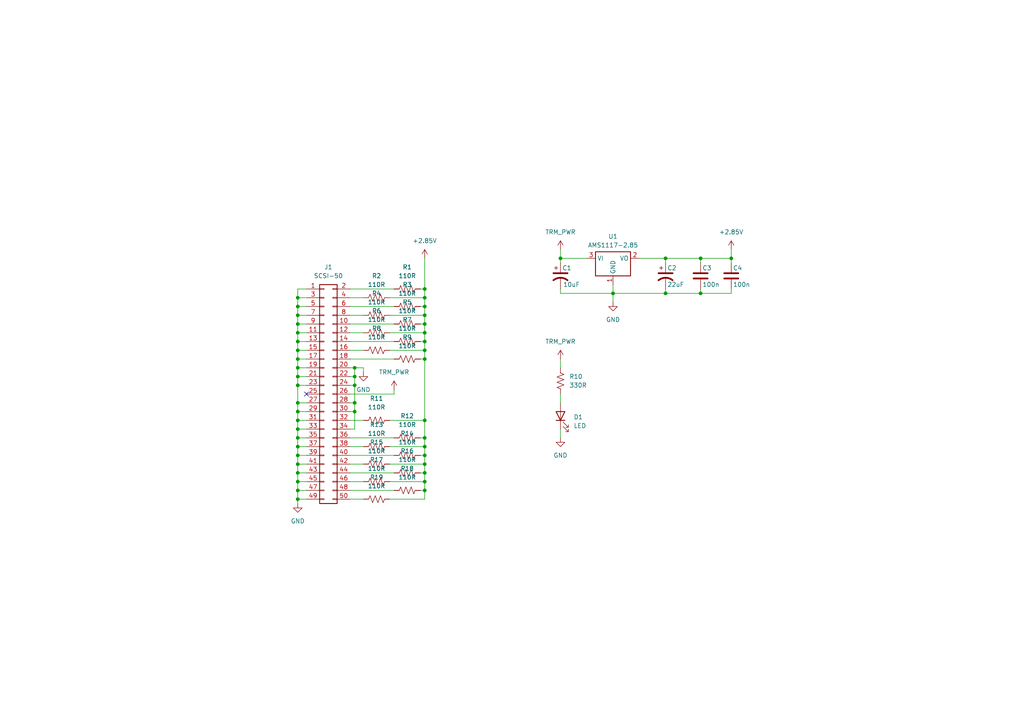
<source format=kicad_sch>
(kicad_sch (version 20250114) (generator "eeschema") (generator_version "9.0")
  (paper "A4")
  (lib_symbols
    (symbol "Connector_Generic:Conn_02x25_Odd_Even" (pin_names (offset 1.016) (hide yes))
      (property "Reference" "J1" (at 1.27 36.83 0))
      (property "Value" "SCSI-50" (at 1.27 34.29 0))
      (symbol "Conn_02x25_Odd_Even_1_1"
        (rectangle (start -1.27 31.75) (end 3.81 -31.75) (stroke (width 0.254)))
        (rectangle (start -1.27 30.607) (end 0 30.353) (stroke (width 0.1524)))
        (rectangle (start -1.27 28.067) (end 0 27.813) (stroke (width 0.1524)))
        (rectangle (start -1.27 25.527) (end 0 25.273) (stroke (width 0.1524)))
        (rectangle (start -1.27 22.987) (end 0 22.733) (stroke (width 0.1524)))
        (rectangle (start -1.27 20.447) (end 0 20.193) (stroke (width 0.1524)))
        (rectangle (start -1.27 17.907) (end 0 17.653) (stroke (width 0.1524)))
        (rectangle (start -1.27 15.367) (end 0 15.113) (stroke (width 0.1524)))
        (rectangle (start -1.27 12.827) (end 0 12.573) (stroke (width 0.1524)))
        (rectangle (start -1.27 10.287) (end 0 10.033) (stroke (width 0.1524)))
        (rectangle (start -1.27 7.747) (end 0 7.493) (stroke (width 0.1524)))
        (rectangle (start -1.27 5.207) (end 0 4.953) (stroke (width 0.1524)))
        (rectangle (start -1.27 2.667) (end 0 2.413) (stroke (width 0.1524)))
        (rectangle (start -1.27 0.127) (end 0 -0.127) (stroke (width 0.1524)))
        (rectangle (start -1.27 -2.413) (end 0 -2.667) (stroke (width 0.1524)))
        (rectangle (start -1.27 -4.953) (end 0 -5.207) (stroke (width 0.1524)))
        (rectangle (start -1.27 -7.493) (end 0 -7.747) (stroke (width 0.1524)))
        (rectangle (start -1.27 -10.033) (end 0 -10.287) (stroke (width 0.1524)))
        (rectangle (start -1.27 -12.573) (end 0 -12.827) (stroke (width 0.1524)))
        (rectangle (start -1.27 -15.113) (end 0 -15.367) (stroke (width 0.1524)))
        (rectangle (start -1.27 -17.653) (end 0 -17.907) (stroke (width 0.1524)))
        (rectangle (start -1.27 -20.193) (end 0 -20.447) (stroke (width 0.1524)))
        (rectangle (start -1.27 -22.733) (end 0 -22.987) (stroke (width 0.1524)))
        (rectangle (start -1.27 -25.273) (end 0 -25.527) (stroke (width 0.1524)))
        (rectangle (start -1.27 -27.813) (end 0 -28.067) (stroke (width 0.1524)))
        (rectangle (start -1.27 -30.353) (end 0 -30.607) (stroke (width 0.1524)))
        (rectangle (start 3.81 30.607) (end 2.54 30.353) (stroke (width 0.1524)))
        (rectangle (start 3.81 28.067) (end 2.54 27.813) (stroke (width 0.1524)))
        (rectangle (start 3.81 25.527) (end 2.54 25.273) (stroke (width 0.1524)))
        (rectangle (start 3.81 22.987) (end 2.54 22.733) (stroke (width 0.1524)))
        (rectangle (start 3.81 20.447) (end 2.54 20.193) (stroke (width 0.1524)))
        (rectangle (start 3.81 17.907) (end 2.54 17.653) (stroke (width 0.1524)))
        (rectangle (start 3.81 15.367) (end 2.54 15.113) (stroke (width 0.1524)))
        (rectangle (start 3.81 12.827) (end 2.54 12.573) (stroke (width 0.1524)))
        (rectangle (start 3.81 10.287) (end 2.54 10.033) (stroke (width 0.1524)))
        (rectangle (start 3.81 7.747) (end 2.54 7.493) (stroke (width 0.1524)))
        (rectangle (start 3.81 5.207) (end 2.54 4.953) (stroke (width 0.1524)))
        (rectangle (start 3.81 2.667) (end 2.54 2.413) (stroke (width 0.1524)))
        (rectangle (start 3.81 0.127) (end 2.54 -0.127) (stroke (width 0.1524)))
        (rectangle (start 3.81 -2.413) (end 2.54 -2.667) (stroke (width 0.1524)))
        (rectangle (start 3.81 -4.953) (end 2.54 -5.207) (stroke (width 0.1524)))
        (rectangle (start 3.81 -7.493) (end 2.54 -7.747) (stroke (width 0.1524)))
        (rectangle (start 3.81 -10.033) (end 2.54 -10.287) (stroke (width 0.1524)))
        (rectangle (start 3.81 -12.573) (end 2.54 -12.827) (stroke (width 0.1524)))
        (rectangle (start 3.81 -15.113) (end 2.54 -15.367) (stroke (width 0.1524)))
        (rectangle (start 3.81 -17.653) (end 2.54 -17.907) (stroke (width 0.1524)))
        (rectangle (start 3.81 -20.193) (end 2.54 -20.447) (stroke (width 0.1524)))
        (rectangle (start 3.81 -22.733) (end 2.54 -22.987) (stroke (width 0.1524)))
        (rectangle (start 3.81 -25.273) (end 2.54 -25.527) (stroke (width 0.1524)))
        (rectangle (start 3.81 -27.813) (end 2.54 -28.067) (stroke (width 0.1524)))
        (rectangle (start 3.81 -30.353) (end 2.54 -30.607) (stroke (width 0.1524)))
        (pin passive line (at -5.08 30.48 0) (length 3.81) (name "Pin_1") (number "1"))
        (pin passive line (at -5.08 27.94 0) (length 3.81) (name "Pin_3") (number "3"))
        (pin passive line (at -5.08 25.4 0) (length 3.81) (name "Pin_5") (number "5"))
        (pin passive line (at -5.08 22.86 0) (length 3.81) (name "Pin_7") (number "7"))
        (pin passive line (at -5.08 20.32 0) (length 3.81) (name "Pin_9") (number "9"))
        (pin passive line (at -5.08 17.78 0) (length 3.81) (name "Pin_11") (number "11"))
        (pin passive line (at -5.08 15.24 0) (length 3.81) (name "Pin_13") (number "13"))
        (pin passive line (at -5.08 12.7 0) (length 3.81) (name "Pin_15") (number "15"))
        (pin passive line (at -5.08 10.16 0) (length 3.81) (name "Pin_17") (number "17"))
        (pin passive line (at -5.08 7.62 0) (length 3.81) (name "Pin_19") (number "19"))
        (pin passive line (at -5.08 5.08 0) (length 3.81) (name "Pin_21") (number "21"))
        (pin passive line (at -5.08 2.54 0) (length 3.81) (name "Pin_23") (number "23"))
        (pin passive line (at -5.08 0 0) (length 3.81) (name "Pin_25") (number "25"))
        (pin passive line (at -5.08 -2.54 0) (length 3.81) (name "Pin_27") (number "27"))
        (pin passive line (at -5.08 -5.08 0) (length 3.81) (name "Pin_29") (number "29"))
        (pin passive line (at -5.08 -7.62 0) (length 3.81) (name "Pin_31") (number "31"))
        (pin passive line (at -5.08 -10.16 0) (length 3.81) (name "Pin_33") (number "33"))
        (pin passive line (at -5.08 -12.7 0) (length 3.81) (name "Pin_35") (number "35"))
        (pin passive line (at -5.08 -15.24 0) (length 3.81) (name "Pin_37") (number "37"))
        (pin passive line (at -5.08 -17.78 0) (length 3.81) (name "Pin_39") (number "39"))
        (pin passive line (at -5.08 -20.32 0) (length 3.81) (name "Pin_41") (number "41"))
        (pin passive line (at -5.08 -22.86 0) (length 3.81) (name "Pin_43") (number "43"))
        (pin passive line (at -5.08 -25.4 0) (length 3.81) (name "Pin_45") (number "45"))
        (pin passive line (at -5.08 -27.94 0) (length 3.81) (name "Pin_47") (number "47"))
        (pin passive line (at -5.08 -30.48 0) (length 3.81) (name "Pin_49") (number "49"))
        (pin passive line (at 7.62 30.48 180) (length 3.81) (name "Pin_2") (number "2"))
        (pin passive line (at 7.62 27.94 180) (length 3.81) (name "Pin_4") (number "4"))
        (pin passive line (at 7.62 25.4 180) (length 3.81) (name "Pin_6") (number "6"))
        (pin passive line (at 7.62 22.86 180) (length 3.81) (name "Pin_8") (number "8"))
        (pin passive line (at 7.62 20.32 180) (length 3.81) (name "Pin_10") (number "10"))
        (pin passive line (at 7.62 17.78 180) (length 3.81) (name "Pin_12") (number "12"))
        (pin passive line (at 7.62 15.24 180) (length 3.81) (name "Pin_14") (number "14"))
        (pin passive line (at 7.62 12.7 180) (length 3.81) (name "Pin_16") (number "16"))
        (pin passive line (at 7.62 10.16 180) (length 3.81) (name "Pin_18") (number "18"))
        (pin passive line (at 7.62 7.62 180) (length 3.81) (name "Pin_20") (number "20"))
        (pin passive line (at 7.62 5.08 180) (length 3.81) (name "Pin_22") (number "22"))
        (pin passive line (at 7.62 2.54 180) (length 3.81) (name "Pin_24") (number "24"))
        (pin passive line (at 7.62 0 180) (length 3.81) (name "Pin_26") (number "26"))
        (pin passive line (at 7.62 -2.54 180) (length 3.81) (name "Pin_28") (number "28"))
        (pin passive line (at 7.62 -5.08 180) (length 3.81) (name "Pin_30") (number "30"))
        (pin passive line (at 7.62 -7.62 180) (length 3.81) (name "Pin_32") (number "32"))
        (pin passive line (at 7.62 -10.16 180) (length 3.81) (name "Pin_34") (number "34"))
        (pin passive line (at 7.62 -12.7 180) (length 3.81) (name "Pin_36") (number "36"))
        (pin passive line (at 7.62 -15.24 180) (length 3.81) (name "Pin_38") (number "38"))
        (pin passive line (at 7.62 -17.78 180) (length 3.81) (name "Pin_40") (number "40"))
        (pin passive line (at 7.62 -20.32 180) (length 3.81) (name "Pin_42") (number "42"))
        (pin passive line (at 7.62 -22.86 180) (length 3.81) (name "Pin_44") (number "44"))
        (pin passive line (at 7.62 -25.4 180) (length 3.81) (name "Pin_46") (number "46"))
        (pin passive line (at 7.62 -27.94 180) (length 3.81) (name "Pin_48") (number "48"))
        (pin passive line (at 7.62 -30.48 180) (length 3.81) (name "Pin_50") (number "50"))
      )
    )
    (symbol "Device:C" (pin_numbers (hide yes)) (pin_names (offset 0.254))
      (property "Reference" "C" (at 0.635 2.54 0))
      (property "Value" "C" (at 0.635 -2.54 0))
      (symbol "C_0_1"
        (polyline (pts (xy -2.032 0.762) (xy 2.032 0.762)) (stroke (width 0.508)))
        (polyline (pts (xy -2.032 -0.762) (xy 2.032 -0.762)) (stroke (width 0.508)))
      )
      (symbol "C_1_1"
        (pin passive line (at 0 3.81 270) (length 2.794) (name "~") (number "1"))
        (pin passive line (at 0 -3.81 90) (length 2.794) (name "~") (number "2"))
      )
    )
    (symbol "Device:C_Polarized_US" (pin_numbers (hide yes)) (pin_names (offset 0.254) (hide yes))
      (property "Reference" "C" (at 0.635 2.54 0))
      (property "Value" "C_Polarized_US" (at 0.635 -2.54 0))
      (symbol "C_Polarized_US_0_1"
        (polyline (pts (xy -2.032 0.762) (xy 2.032 0.762)) (stroke (width 0.508)))
        (polyline (pts (xy -1.778 2.286) (xy -0.762 2.286)))
        (polyline (pts (xy -1.27 1.778) (xy -1.27 2.794)))
        (arc (start -2.032 -1.27) (mid 0 -0.5572) (end 2.032 -1.27) (stroke (width 0.508)))
      )
      (symbol "C_Polarized_US_1_1"
        (pin passive line (at 0 3.81 270) (length 2.794) (name "~") (number "1"))
        (pin passive line (at 0 -3.81 90) (length 3.302) (name "~") (number "2"))
      )
    )
    (symbol "Device:LED" (pin_numbers (hide yes)) (pin_names (offset 1.016) (hide yes))
      (property "Reference" "D" (at 0 2.54 0))
      (property "Value" "LED" (at 0 -2.54 0))
      (symbol "LED_0_1"
        (polyline (pts (xy -3.048 -0.762) (xy -4.572 -2.286) (xy -3.81 -2.286) (xy -4.572 -2.286) (xy -4.572 -1.524)))
        (polyline (pts (xy -1.778 -0.762) (xy -3.302 -2.286) (xy -2.54 -2.286) (xy -3.302 -2.286) (xy -3.302 -1.524)))
        (polyline (pts (xy -1.27 0) (xy 1.27 0)))
        (polyline (pts (xy -1.27 -1.27) (xy -1.27 1.27)) (stroke (width 0.254)))
        (polyline (pts (xy 1.27 -1.27) (xy 1.27 1.27) (xy -1.27 0) (xy 1.27 -1.27)) (stroke (width 0.254)))
      )
      (symbol "LED_1_1"
        (pin passive line (at -3.81 0 0) (length 2.54) (name "K") (number "1"))
        (pin passive line (at 3.81 0 180) (length 2.54) (name "A") (number "2"))
      )
    )
    (symbol "Device:R_US" (pin_numbers (hide yes)) (pin_names (offset 0))
      (property "Reference" "R" (at 2.54 0 90))
      (property "Value" "R_US" (at -2.54 0 90))
      (symbol "R_US_0_1"
        (polyline (pts (xy 0 2.286) (xy 0 2.54)))
        (polyline (pts (xy 0 2.286) (xy 1.016 1.905) (xy 0 1.524) (xy -1.016 1.143) (xy 0 0.762)))
        (polyline (pts (xy 0 0.762) (xy 1.016 0.381) (xy 0 0) (xy -1.016 -0.381) (xy 0 -0.762)))
        (polyline (pts (xy 0 -0.762) (xy 1.016 -1.143) (xy 0 -1.524) (xy -1.016 -1.905) (xy 0 -2.286)))
        (polyline (pts (xy 0 -2.286) (xy 0 -2.54)))
      )
      (symbol "R_US_1_1"
        (pin passive line (at 0 3.81 270) (length 1.27) (name "~") (number "1"))
        (pin passive line (at 0 -3.81 90) (length 1.27) (name "~") (number "2"))
      )
    )
    (symbol "Regulator_Linear:AMS1117-2.85"
      (property "Reference" "U1" (at 0 6.35 0))
      (property "Value" "AMS1117-2.85" (at 0 3.81 0))
      (symbol "AMS1117-2.85_1_1"
        (rectangle (start -5.08 1.905) (end 5.08 -5.08) (stroke (width 0.254)))
        (pin power_in line (at -7.62 0 0) (length 2.54) (name "VI") (number "3"))
        (pin power_in line (at 0 -7.62 90) (length 2.54) (name "GND") (number "1"))
        (pin power_out line (at 7.62 0 180) (length 2.54) (name "VO") (number "2"))
      )
    )
    (symbol "power:+2V8" (power) (pin_names (offset 0))
      (property "Value" "+2V8" (at 0 3.556 0))
      (symbol "+2V8_0_1"
        (polyline (pts (xy -0.762 1.27) (xy 0 2.54)))
        (polyline (pts (xy 0 2.54) (xy 0.762 1.27)))
        (polyline (pts (xy 0 0) (xy 0 2.54)))
      )
      (symbol "+2V8_1_1"
        (pin power_in line (at 0 0 90) (length 0) (hide yes) (name "+2V8") (number "1"))
      )
    )
    (symbol "power:+5V" (power) (pin_names (offset 0))
      (property "Value" "+5V" (at 0 3.556 0))
      (symbol "+5V_0_1"
        (polyline (pts (xy -0.762 1.27) (xy 0 2.54)))
        (polyline (pts (xy 0 2.54) (xy 0.762 1.27)))
        (polyline (pts (xy 0 0) (xy 0 2.54)))
      )
      (symbol "+5V_1_1"
        (pin power_in line (at 0 0 90) (length 0) (hide yes) (name "+5V") (number "1"))
      )
    )
    (symbol "power:GND" (power) (pin_names (offset 0))
      (property "Value" "GND" (at 0 -3.81 0))
      (symbol "GND_0_1"
        (polyline (pts (xy 0 0) (xy 0 -1.27) (xy 1.27 -1.27) (xy 0 -2.54) (xy -1.27 -1.27) (xy 0 -1.27)))
      )
      (symbol "GND_1_1"
        (pin power_in line (at 0 0 270) (length 0) (hide yes) (name "GND") (number "1"))
      )
    )
  )
  (junction (at 193.04 85.09))
  (junction (at 86.36 99.06))
  (junction (at 86.36 144.78))
  (junction (at 123.19 83.82))
  (junction (at 102.87 116.84))
  (junction (at 86.36 142.24))
  (junction (at 123.19 132.08))
  (junction (at 86.36 106.68))
  (junction (at 102.87 119.38))
  (junction (at 86.36 119.38))
  (junction (at 86.36 124.46))
  (junction (at 86.36 88.9))
  (junction (at 86.36 129.54))
  (junction (at 86.36 139.7))
  (junction (at 86.36 93.98))
  (junction (at 123.19 104.14))
  (junction (at 203.2 74.93))
  (junction (at 86.36 121.92))
  (junction (at 123.19 142.24))
  (junction (at 177.8 85.09))
  (junction (at 123.19 137.16))
  (junction (at 86.36 86.36))
  (junction (at 86.36 104.14))
  (junction (at 86.36 137.16))
  (junction (at 102.87 106.68))
  (junction (at 86.36 116.84))
  (junction (at 123.19 134.62))
  (junction (at 123.19 129.54))
  (junction (at 123.19 93.98))
  (junction (at 86.36 101.6))
  (junction (at 86.36 127))
  (junction (at 123.19 88.9))
  (junction (at 86.36 111.76))
  (junction (at 123.19 91.44))
  (junction (at 123.19 99.06))
  (junction (at 102.87 109.22))
  (junction (at 102.87 111.76))
  (junction (at 193.04 74.93))
  (junction (at 86.36 96.52))
  (junction (at 123.19 86.36))
  (junction (at 86.36 109.22))
  (junction (at 86.36 132.08))
  (junction (at 86.36 134.62))
  (junction (at 162.56 74.93))
  (junction (at 123.19 139.7))
  (junction (at 86.36 91.44))
  (junction (at 123.19 127))
  (junction (at 123.19 121.92))
  (junction (at 203.2 85.09))
  (junction (at 123.19 101.6))
  (junction (at 212.09 74.93))
  (junction (at 123.19 96.52))
  (no_connect (at 88.9 114.3))
  (wire (pts (xy 86.36 88.9) (xy 88.9 88.9)))
  (wire (pts (xy 86.36 96.52) (xy 86.36 99.06)))
  (wire (pts (xy 177.8 85.09) (xy 177.8 87.63)))
  (wire (pts (xy 121.92 132.08) (xy 123.19 132.08)))
  (wire (pts (xy 162.56 76.2) (xy 162.56 74.93)))
  (wire (pts (xy 113.03 86.36) (xy 123.19 86.36)))
  (wire (pts (xy 86.36 119.38) (xy 88.9 119.38)))
  (wire (pts (xy 193.04 74.93) (xy 193.04 76.2)))
  (wire (pts (xy 123.19 144.78) (xy 123.19 142.24)))
  (wire (pts (xy 121.92 137.16) (xy 123.19 137.16)))
  (wire (pts (xy 86.36 83.82) (xy 86.36 86.36)))
  (wire (pts (xy 101.6 121.92) (xy 105.41 121.92)))
  (wire (pts (xy 101.6 134.62) (xy 105.41 134.62)))
  (wire (pts (xy 162.56 124.46) (xy 162.56 127)))
  (wire (pts (xy 86.36 99.06) (xy 86.36 101.6)))
  (wire (pts (xy 123.19 139.7) (xy 123.19 137.16)))
  (wire (pts (xy 86.36 101.6) (xy 86.36 104.14)))
  (wire (pts (xy 113.03 121.92) (xy 123.19 121.92)))
  (wire (pts (xy 123.19 83.82) (xy 121.92 83.82)))
  (wire (pts (xy 123.19 129.54) (xy 123.19 127)))
  (wire (pts (xy 86.36 91.44) (xy 88.9 91.44)))
  (wire (pts (xy 101.6 106.68) (xy 102.87 106.68)))
  (wire (pts (xy 86.36 129.54) (xy 86.36 132.08)))
  (wire (pts (xy 162.56 74.93) (xy 170.18 74.93)))
  (wire (pts (xy 162.56 72.39) (xy 162.56 74.93)))
  (wire (pts (xy 101.6 88.9) (xy 114.3 88.9)))
  (wire (pts (xy 123.19 96.52) (xy 123.19 93.98)))
  (wire (pts (xy 123.19 99.06) (xy 123.19 96.52)))
  (wire (pts (xy 102.87 116.84) (xy 102.87 119.38)))
  (wire (pts (xy 86.36 101.6) (xy 88.9 101.6)))
  (wire (pts (xy 212.09 74.93) (xy 212.09 76.2)))
  (wire (pts (xy 102.87 109.22) (xy 102.87 111.76)))
  (wire (pts (xy 101.6 132.08) (xy 114.3 132.08)))
  (wire (pts (xy 102.87 106.68) (xy 102.87 109.22)))
  (wire (pts (xy 86.36 134.62) (xy 86.36 137.16)))
  (wire (pts (xy 123.19 74.93) (xy 123.19 83.82)))
  (wire (pts (xy 123.19 86.36) (xy 123.19 83.82)))
  (wire (pts (xy 101.6 119.38) (xy 102.87 119.38)))
  (wire (pts (xy 86.36 93.98) (xy 88.9 93.98)))
  (wire (pts (xy 102.87 111.76) (xy 101.6 111.76)))
  (wire (pts (xy 86.36 144.78) (xy 86.36 146.05)))
  (wire (pts (xy 123.19 93.98) (xy 123.19 91.44)))
  (wire (pts (xy 86.36 106.68) (xy 86.36 109.22)))
  (wire (pts (xy 101.6 124.46) (xy 102.87 124.46)))
  (wire (pts (xy 177.8 85.09) (xy 162.56 85.09)))
  (wire (pts (xy 101.6 91.44) (xy 105.41 91.44)))
  (wire (pts (xy 86.36 116.84) (xy 88.9 116.84)))
  (wire (pts (xy 86.36 104.14) (xy 86.36 106.68)))
  (wire (pts (xy 86.36 121.92) (xy 86.36 124.46)))
  (wire (pts (xy 121.92 88.9) (xy 123.19 88.9)))
  (wire (pts (xy 86.36 99.06) (xy 88.9 99.06)))
  (wire (pts (xy 86.36 129.54) (xy 88.9 129.54)))
  (wire (pts (xy 212.09 72.39) (xy 212.09 74.93)))
  (wire (pts (xy 86.36 106.68) (xy 88.9 106.68)))
  (wire (pts (xy 101.6 86.36) (xy 105.41 86.36)))
  (wire (pts (xy 113.03 96.52) (xy 123.19 96.52)))
  (wire (pts (xy 123.19 104.14) (xy 123.19 101.6)))
  (wire (pts (xy 123.19 101.6) (xy 123.19 99.06)))
  (wire (pts (xy 193.04 85.09) (xy 193.04 83.82)))
  (wire (pts (xy 86.36 127) (xy 88.9 127)))
  (wire (pts (xy 86.36 104.14) (xy 88.9 104.14)))
  (wire (pts (xy 102.87 106.68) (xy 105.41 106.68)))
  (wire (pts (xy 102.87 111.76) (xy 102.87 116.84)))
  (wire (pts (xy 121.92 99.06) (xy 123.19 99.06)))
  (wire (pts (xy 86.36 142.24) (xy 86.36 144.78)))
  (wire (pts (xy 86.36 139.7) (xy 88.9 139.7)))
  (wire (pts (xy 185.42 74.93) (xy 193.04 74.93)))
  (wire (pts (xy 203.2 85.09) (xy 203.2 83.82)))
  (wire (pts (xy 86.36 124.46) (xy 88.9 124.46)))
  (wire (pts (xy 101.6 144.78) (xy 105.41 144.78)))
  (wire (pts (xy 123.19 91.44) (xy 123.19 88.9)))
  (wire (pts (xy 101.6 104.14) (xy 114.3 104.14)))
  (wire (pts (xy 88.9 144.78) (xy 86.36 144.78)))
  (wire (pts (xy 86.36 111.76) (xy 88.9 111.76)))
  (wire (pts (xy 113.03 91.44) (xy 123.19 91.44)))
  (wire (pts (xy 162.56 85.09) (xy 162.56 83.82)))
  (wire (pts (xy 101.6 127) (xy 114.3 127)))
  (wire (pts (xy 101.6 96.52) (xy 105.41 96.52)))
  (wire (pts (xy 123.19 104.14) (xy 121.92 104.14)))
  (wire (pts (xy 86.36 142.24) (xy 88.9 142.24)))
  (wire (pts (xy 113.03 144.78) (xy 123.19 144.78)))
  (wire (pts (xy 123.19 121.92) (xy 123.19 104.14)))
  (wire (pts (xy 212.09 85.09) (xy 212.09 83.82)))
  (wire (pts (xy 203.2 85.09) (xy 212.09 85.09)))
  (wire (pts (xy 121.92 93.98) (xy 123.19 93.98)))
  (wire (pts (xy 88.9 83.82) (xy 86.36 83.82)))
  (wire (pts (xy 113.03 101.6) (xy 123.19 101.6)))
  (wire (pts (xy 123.19 132.08) (xy 123.19 129.54)))
  (wire (pts (xy 101.6 83.82) (xy 114.3 83.82)))
  (wire (pts (xy 86.36 86.36) (xy 88.9 86.36)))
  (wire (pts (xy 86.36 119.38) (xy 86.36 121.92)))
  (wire (pts (xy 86.36 124.46) (xy 86.36 127)))
  (wire (pts (xy 123.19 127) (xy 121.92 127)))
  (wire (pts (xy 114.3 114.3) (xy 114.3 113.03)))
  (wire (pts (xy 86.36 91.44) (xy 86.36 93.98)))
  (wire (pts (xy 162.56 114.3) (xy 162.56 116.84)))
  (wire (pts (xy 101.6 99.06) (xy 114.3 99.06)))
  (wire (pts (xy 177.8 85.09) (xy 193.04 85.09)))
  (wire (pts (xy 86.36 127) (xy 86.36 129.54)))
  (wire (pts (xy 123.19 134.62) (xy 123.19 132.08)))
  (wire (pts (xy 101.6 116.84) (xy 102.87 116.84)))
  (wire (pts (xy 86.36 111.76) (xy 86.36 116.84)))
  (wire (pts (xy 86.36 139.7) (xy 86.36 142.24)))
  (wire (pts (xy 193.04 74.93) (xy 203.2 74.93)))
  (wire (pts (xy 123.19 88.9) (xy 123.19 86.36)))
  (wire (pts (xy 86.36 109.22) (xy 88.9 109.22)))
  (wire (pts (xy 193.04 85.09) (xy 203.2 85.09)))
  (wire (pts (xy 113.03 129.54) (xy 123.19 129.54)))
  (wire (pts (xy 86.36 132.08) (xy 88.9 132.08)))
  (wire (pts (xy 113.03 134.62) (xy 123.19 134.62)))
  (wire (pts (xy 86.36 137.16) (xy 88.9 137.16)))
  (wire (pts (xy 101.6 114.3) (xy 114.3 114.3)))
  (wire (pts (xy 86.36 121.92) (xy 88.9 121.92)))
  (wire (pts (xy 86.36 109.22) (xy 86.36 111.76)))
  (wire (pts (xy 123.19 121.92) (xy 123.19 127)))
  (wire (pts (xy 101.6 137.16) (xy 114.3 137.16)))
  (wire (pts (xy 86.36 93.98) (xy 86.36 96.52)))
  (wire (pts (xy 162.56 104.14) (xy 162.56 106.68)))
  (wire (pts (xy 86.36 86.36) (xy 86.36 88.9)))
  (wire (pts (xy 113.03 139.7) (xy 123.19 139.7)))
  (wire (pts (xy 86.36 88.9) (xy 86.36 91.44)))
  (wire (pts (xy 86.36 137.16) (xy 86.36 139.7)))
  (wire (pts (xy 101.6 93.98) (xy 114.3 93.98)))
  (wire (pts (xy 101.6 142.24) (xy 114.3 142.24)))
  (wire (pts (xy 123.19 142.24) (xy 121.92 142.24)))
  (wire (pts (xy 102.87 119.38) (xy 102.87 124.46)))
  (wire (pts (xy 105.41 106.68) (xy 105.41 107.95)))
  (wire (pts (xy 86.36 134.62) (xy 88.9 134.62)))
  (wire (pts (xy 177.8 82.55) (xy 177.8 85.09)))
  (wire (pts (xy 86.36 132.08) (xy 86.36 134.62)))
  (wire (pts (xy 101.6 101.6) (xy 105.41 101.6)))
  (wire (pts (xy 101.6 139.7) (xy 105.41 139.7)))
  (wire (pts (xy 203.2 74.93) (xy 203.2 76.2)))
  (wire (pts (xy 86.36 96.52) (xy 88.9 96.52)))
  (wire (pts (xy 203.2 74.93) (xy 212.09 74.93)))
  (wire (pts (xy 86.36 116.84) (xy 86.36 119.38)))
  (wire (pts (xy 123.19 137.16) (xy 123.19 134.62)))
  (wire (pts (xy 123.19 142.24) (xy 123.19 139.7)))
  (wire (pts (xy 101.6 109.22) (xy 102.87 109.22)))
  (wire (pts (xy 101.6 129.54) (xy 105.41 129.54)))
  (symbol (lib_id "power:+2V8") (at 123.19 74.93 0) (unit 1)
    (property "Reference" "#PWR03" (effects (hide yes)))
    (property "Value" "+2.85V" (at 123.19 69.85 0))
    (property "Description" "Power symbol creates a global label with name \"+2V8\"" (effects (hide yes)))
  )
  (symbol (lib_id "Device:R_US") (at 109.22 129.54 90) (unit 1)
    (property "Reference" "R13" (at 109.22 123.19 90))
    (property "Value" "110R" (at 109.22 125.73 90))
    (property "Footprint" "Resistor_SMD:R_0603_1608Metric" (effects (hide yes)))
    (property "Description" "Resistor, US symbol" (effects (hide yes)))
  )
  (symbol (lib_id "Device:C") (at 203.2 80.01 0) (unit 1)
    (property "Reference" "C3" (at 203.708 77.73 0) (effects (justify left)))
    (property "Value" "100n" (at 203.708 82.53 0) (effects (justify left)))
    (property "Footprint" "Capacitor_SMD:C_0603_1608Metric" (effects (hide yes)))
    (property "Description" "Unpolarized capacitor" (effects (hide yes)))
  )
  (symbol (lib_id "power:+5V") (at 114.3 113.03 0) (unit 1)
    (property "Reference" "#PWR07" (effects (hide yes)))
    (property "Value" "TRM_PWR" (at 114.3 107.95 0))
    (property "Description" "Power symbol creates a global label with name \"+5V\"" (effects (hide yes)))
  )
  (symbol (lib_id "Device:R_US") (at 118.11 83.82 90) (unit 1)
    (property "Reference" "R1" (at 118.11 77.47 90))
    (property "Value" "110R" (at 118.11 80.01 90))
    (property "Footprint" "Resistor_SMD:R_0603_1608Metric" (effects (hide yes)))
    (property "Description" "Resistor, US symbol" (effects (hide yes)))
  )
  (symbol (lib_id "Device:R_US") (at 109.22 91.44 90) (unit 1)
    (property "Reference" "R4" (at 109.22 85.09 90))
    (property "Value" "110R" (at 109.22 87.63 90))
    (property "Footprint" "Resistor_SMD:R_0603_1608Metric" (effects (hide yes)))
    (property "Description" "Resistor, US symbol" (effects (hide yes)))
  )
  (symbol (lib_id "Device:C_Polarized_US") (at 193.04 80.01 0) (unit 1)
    (property "Reference" "C2" (at 193.548 77.73 0) (effects (justify left)))
    (property "Value" "22uF" (at 193.548 82.53 0) (effects (justify left)))
    (property "Footprint" "Capacitor_Tantalum_SMD:CP_EIA-3216-18_Kemet-A" (effects (hide yes)))
    (property "Description" "Polarized capacitor, US symbol" (effects (hide yes)))
  )
  (symbol (lib_id "Device:R_US") (at 109.22 144.78 90) (unit 1)
    (property "Reference" "R19" (at 109.22 138.43 90))
    (property "Value" "110R" (at 109.22 140.97 90))
    (property "Footprint" "Resistor_SMD:R_0603_1608Metric" (effects (hide yes)))
    (property "Description" "Resistor, US symbol" (effects (hide yes)))
  )
  (symbol (lib_id "power:+2V8") (at 212.09 72.39 0) (unit 1)
    (property "Reference" "#PWR02" (effects (hide yes)))
    (property "Value" "+2.85V" (at 212.09 67.31 0))
    (property "Description" "Power symbol creates a global label with name \"+2V8\"" (effects (hide yes)))
  )
  (symbol (lib_id "Device:R_US") (at 109.22 101.6 90) (unit 1)
    (property "Reference" "R8" (at 109.22 95.25 90))
    (property "Value" "110R" (at 109.22 97.79 90))
    (property "Footprint" "Resistor_SMD:R_0603_1608Metric" (effects (hide yes)))
    (property "Description" "Resistor, US symbol" (effects (hide yes)))
  )
  (symbol (lib_id "Device:R_US") (at 109.22 134.62 90) (unit 1)
    (property "Reference" "R15" (at 109.22 128.27 90))
    (property "Value" "110R" (at 109.22 130.81 90))
    (property "Footprint" "Resistor_SMD:R_0603_1608Metric" (effects (hide yes)))
    (property "Description" "Resistor, US symbol" (effects (hide yes)))
  )
  (symbol (lib_id "Device:R_US") (at 118.11 88.9 90) (unit 1)
    (property "Reference" "R3" (at 118.11 82.55 90))
    (property "Value" "110R" (at 118.11 85.09 90))
    (property "Footprint" "Resistor_SMD:R_0603_1608Metric" (effects (hide yes)))
    (property "Description" "Resistor, US symbol" (effects (hide yes)))
  )
  (symbol (lib_id "Device:R_US") (at 109.22 121.92 90) (unit 1)
    (property "Reference" "R11" (at 109.22 115.57 90))
    (property "Value" "110R" (at 109.22 118.11 90))
    (property "Footprint" "Resistor_SMD:R_0603_1608Metric" (effects (hide yes)))
    (property "Description" "Resistor, US symbol" (effects (hide yes)))
  )
  (symbol (lib_id "Device:R_US") (at 162.56 110.49 180) (unit 1)
    (property "Reference" "R10" (at 165.1 109.2199 0) (effects (justify right)))
    (property "Value" "330R" (at 165.1 111.7599 0) (effects (justify right)))
    (property "Footprint" "Resistor_SMD:R_0603_1608Metric" (effects (hide yes)))
    (property "Description" "Resistor, US symbol" (effects (hide yes)))
  )
  (symbol (lib_id "Device:R_US") (at 109.22 86.36 90) (unit 1)
    (property "Reference" "R2" (at 109.22 80.01 90))
    (property "Value" "110R" (at 109.22 82.55 90))
    (property "Footprint" "Resistor_SMD:R_0603_1608Metric" (effects (hide yes)))
    (property "Description" "Resistor, US symbol" (effects (hide yes)))
  )
  (symbol (lib_id "Device:R_US") (at 118.11 93.98 90) (unit 1)
    (property "Reference" "R5" (at 118.11 87.63 90))
    (property "Value" "110R" (at 118.11 90.17 90))
    (property "Footprint" "Resistor_SMD:R_0603_1608Metric" (effects (hide yes)))
    (property "Description" "Resistor, US symbol" (effects (hide yes)))
  )
  (symbol (lib_id "Device:R_US") (at 118.11 132.08 90) (unit 1)
    (property "Reference" "R14" (at 118.11 125.73 90))
    (property "Value" "110R" (at 118.11 128.27 90))
    (property "Footprint" "Resistor_SMD:R_0603_1608Metric" (effects (hide yes)))
    (property "Description" "Resistor, US symbol" (effects (hide yes)))
  )
  (symbol (lib_id "Device:C_Polarized_US") (at 162.56 80.01 0) (unit 1)
    (property "Reference" "C1" (at 163.068 77.73 0) (effects (justify left)))
    (property "Value" "10uF" (at 163.322 82.53 0) (effects (justify left)))
    (property "Footprint" "Capacitor_Tantalum_SMD:CP_EIA-3216-18_Kemet-A" (effects (hide yes)))
    (property "Description" "Polarized capacitor, US symbol" (effects (hide yes)))
  )
  (symbol (lib_id "Device:R_US") (at 109.22 139.7 90) (unit 1)
    (property "Reference" "R17" (at 109.22 133.35 90))
    (property "Value" "110R" (at 109.22 135.89 90))
    (property "Footprint" "Resistor_SMD:R_0603_1608Metric" (effects (hide yes)))
    (property "Description" "Resistor, US symbol" (effects (hide yes)))
  )
  (symbol (lib_id "Regulator_Linear:AMS1117-2.85") (at 177.8 74.93 0) (unit 1)
    (property "Reference" "U1" (at 177.8 68.58 0))
    (property "Value" "AMS1117-2.85" (at 177.8 71.12 0))
    (property "Footprint" "Package_TO_SOT_SMD:SOT-223-3_TabPin2" (effects (hide yes)))
    (property "Datasheet" "http://www.advanced-monolithic.com/pdf/ds1117.pdf" (effects (hide yes)))
    (property "Description" "1A Low Dropout regulator, positive, 2.85V fixed output, SOT-223" (effects (hide yes)))
  )
  (symbol (lib_id "Device:R_US") (at 109.22 96.52 90) (unit 1)
    (property "Reference" "R6" (at 109.22 90.17 90))
    (property "Value" "110R" (at 109.22 92.71 90))
    (property "Footprint" "Resistor_SMD:R_0603_1608Metric" (effects (hide yes)))
    (property "Description" "Resistor, US symbol" (effects (hide yes)))
  )
  (symbol (lib_id "power:+5V") (at 162.56 104.14 0) (unit 1)
    (property "Reference" "#PWR05" (effects (hide yes)))
    (property "Value" "TRM_PWR" (at 162.56 99.06 0))
    (property "Description" "Power symbol creates a global label with name \"+5V\"" (effects (hide yes)))
  )
  (symbol (lib_id "power:GND") (at 162.56 127 0) (unit 1)
    (property "Reference" "#PWR08" (effects (hide yes)))
    (property "Value" "GND" (at 162.56 132.08 0))
    (property "Description" "Power symbol creates a global label with name \"GND\" , ground" (effects (hide yes)))
  )
  (symbol (lib_id "Connector_Generic:Conn_02x25_Odd_Even") (at 93.98 114.3 0) (unit 1)
    (property "Reference" "J1" (at 95.25 77.47 0))
    (property "Value" "SCSI-50" (at 95.25 80.01 0))
    (property "Footprint" "Connector_PinHeader_2.54mm:PinHeader_2x25_P2.54mm_Vertical" (effects (hide yes)))
    (property "Description" "Generic connector, double row, 02x25, odd/even pin numbering scheme (row 1 odd numbers, row 2 even numbers), script generated (kicad-library-utils/schlib/autogen/connector/)" (effects (hide yes)))
  )
  (symbol (lib_id "Device:R_US") (at 118.11 99.06 90) (unit 1)
    (property "Reference" "R7" (at 118.11 92.71 90))
    (property "Value" "110R" (at 118.11 95.25 90))
    (property "Footprint" "Resistor_SMD:R_0603_1608Metric" (effects (hide yes)))
    (property "Description" "Resistor, US symbol" (effects (hide yes)))
  )
  (symbol (lib_id "power:GND") (at 105.41 107.95 0) (unit 1)
    (property "Reference" "#PWR06" (effects (hide yes)))
    (property "Value" "GND" (at 105.41 113.03 0))
    (property "Description" "Power symbol creates a global label with name \"GND\" , ground" (effects (hide yes)))
  )
  (symbol (lib_id "power:GND") (at 177.8 87.63 0) (unit 1)
    (property "Reference" "#PWR04" (effects (hide yes)))
    (property "Value" "GND" (at 177.8 92.71 0))
    (property "Description" "Power symbol creates a global label with name \"GND\" , ground" (effects (hide yes)))
  )
  (symbol (lib_id "Device:LED") (at 162.56 120.65 90) (unit 1)
    (property "Reference" "D1" (at 166.37 120.9674 90) (effects (justify right)))
    (property "Value" "LED" (at 166.37 123.5074 90) (effects (justify right)))
    (property "Footprint" "LED_THT:LED_D5.0mm" (effects (hide yes)))
    (property "Description" "Light emitting diode" (effects (hide yes)))
  )
  (symbol (lib_id "Device:R_US") (at 118.11 137.16 90) (unit 1)
    (property "Reference" "R16" (at 118.11 130.81 90))
    (property "Value" "110R" (at 118.11 133.35 90))
    (property "Footprint" "Resistor_SMD:R_0603_1608Metric" (effects (hide yes)))
    (property "Description" "Resistor, US symbol" (effects (hide yes)))
  )
  (symbol (lib_id "power:GND") (at 86.36 146.05 0) (unit 1)
    (property "Reference" "#PWR09" (effects (hide yes)))
    (property "Value" "GND" (at 86.36 151.13 0))
    (property "Description" "Power symbol creates a global label with name \"GND\" , ground" (effects (hide yes)))
  )
  (symbol (lib_id "Device:R_US") (at 118.11 142.24 90) (unit 1)
    (property "Reference" "R18" (at 118.11 135.89 90))
    (property "Value" "110R" (at 118.11 138.43 90))
    (property "Footprint" "Resistor_SMD:R_0603_1608Metric" (effects (hide yes)))
    (property "Description" "Resistor, US symbol" (effects (hide yes)))
  )
  (symbol (lib_id "power:+5V") (at 162.56 72.39 0) (unit 1)
    (property "Reference" "#PWR01" (effects (hide yes)))
    (property "Value" "TRM_PWR" (at 162.56 67.31 0))
    (property "Description" "Power symbol creates a global label with name \"+5V\"" (effects (hide yes)))
  )
  (symbol (lib_id "Device:R_US") (at 118.11 104.14 90) (unit 1)
    (property "Reference" "R9" (at 118.11 97.79 90))
    (property "Value" "110R" (at 118.11 100.33 90))
    (property "Footprint" "Resistor_SMD:R_0603_1608Metric" (effects (hide yes)))
    (property "Description" "Resistor, US symbol" (effects (hide yes)))
  )
  (symbol (lib_id "Device:R_US") (at 118.11 127 90) (unit 1)
    (property "Reference" "R12" (at 118.11 120.65 90))
    (property "Value" "110R" (at 118.11 123.19 90))
    (property "Footprint" "Resistor_SMD:R_0603_1608Metric" (effects (hide yes)))
    (property "Description" "Resistor, US symbol" (effects (hide yes)))
  )
  (symbol (lib_id "Device:C") (at 212.09 80.01 0) (unit 1)
    (property "Reference" "C4" (at 212.598 77.73 0) (effects (justify left)))
    (property "Value" "100n" (at 212.598 82.53 0) (effects (justify left)))
    (property "Footprint" "Capacitor_SMD:C_0603_1608Metric" (effects (hide yes)))
    (property "Description" "Unpolarized capacitor" (effects (hide yes)))
  )
)
</source>
